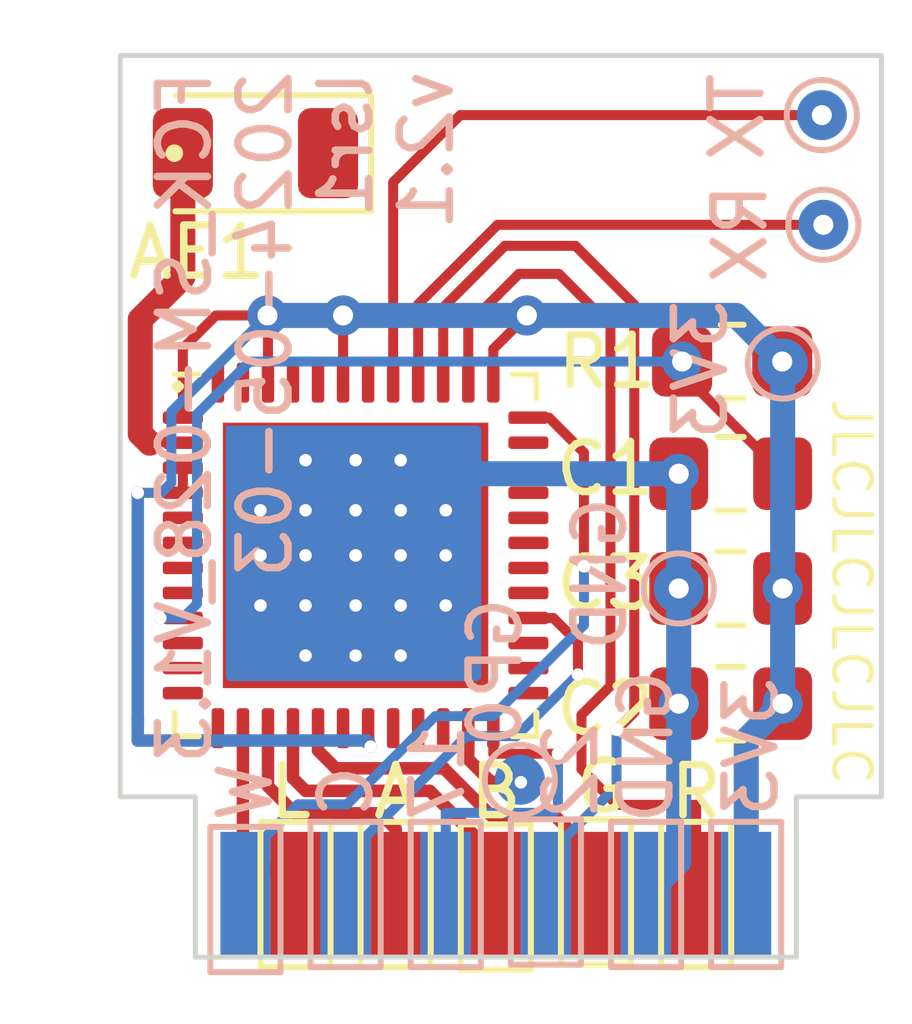
<source format=kicad_pcb>
(kicad_pcb (version 20240108) (generator "pcbnew") (generator_version "8.0")
  (layers (0 "F.Cu" signal) (31 "B.Cu" signal) (34 "B.Paste" user) (35 "F.Paste" user) (36 "B.SilkS" user "B.Silkscreen") (37 "F.SilkS" user "F.Silkscreen") (38 "B.Mask" user) (39 "F.Mask" user) (44 "Edge.Cuts" user))
  (net 0 "")
  (net 1 "GND")
  (net 2 "Net-(C1-Pad2)")
  (net 3 "VCC")
  (net 4 "Net-(TP1-Pad1)")
  (net 5 "Net-(TP2-Pad1)")
  (net 6 "Net-(TP3-Pad1)")
  (net 7 "exL")
  (net 8 "exA")
  (net 9 "exR")
  (net 10 "exB")
  (net 11 "ex17")
  (net 12 "exG")
  (net 13 "exC")
  (net 14 "exW")
  (net 42 "ex22")
  (net 44 "Net-(AE1-Pad2)")
  (footprint "Capacitor_SMD:C_0805_2012Metric_Pad1.18x1.45mm_HandSolder" (layer "F.Cu") (at 142.09 91.65)
    (property "Reference" "C1" (at -2.5 -0.1 0) (layer "F.SilkS"))
    (property "Value" "0.1uF")
    (fp_line (start -0.261252 -0.735) (end 0.261252 -0.735) (stroke (width 0.12)) (layer "F.SilkS"))
    (fp_line (start -0.261252 0.735) (end 0.261252 0.735) (stroke (width 0.12)) (layer "F.SilkS"))
    (pad "1" smd roundrect (at -1.0375 0) (size 1.175 1.45) (layers "F.Cu" "F.Paste" "F.Mask") (roundrect_rratio 0.2127659574) (net 1 "GND"))
    (pad "2" smd roundrect (at 1.0375 0) (size 1.175 1.45) (layers "F.Cu" "F.Paste" "F.Mask") (roundrect_rratio 0.2127659574) (net 2 "Net-(C1-Pad2)"))
  )
  (footprint "Capacitor_SMD:C_0805_2012Metric_Pad1.18x1.45mm_HandSolder" (layer "F.Cu") (at 142.09 96.24)
    (property "Reference" "C2" (at -2.5 0.1 0) (layer "F.SilkS"))
    (property "Value" "10uF")
    (fp_line (start -0.261252 -0.735) (end 0.261252 -0.735) (stroke (width 0.12)) (layer "F.SilkS"))
    (fp_line (start -0.261252 0.735) (end 0.261252 0.735) (stroke (width 0.12)) (layer "F.SilkS"))
    (pad "1" smd roundrect (at -1.0375 0) (size 1.175 1.45) (layers "F.Cu" "F.Paste" "F.Mask") (roundrect_rratio 0.2127659574) (net 1 "GND"))
    (pad "2" smd roundrect (at 1.0375 0) (size 1.175 1.45) (layers "F.Cu" "F.Paste" "F.Mask") (roundrect_rratio 0.2127659574) (net 3 "VCC"))
  )
  (footprint "Package_DFN_QFN:QFN-48-1EP_7x7mm_P0.5mm_EP5.3x5.3mm" (layer "F.Cu") (at 134.6 93.28)
    (property "Reference" "FCK_SM-028_V1.3" (hide yes))
    (property "Value" "ESP32-PICO-D4")
    (fp_line (start -3.61 3.61) (end -3.61 3.135) (stroke (width 0.12)) (layer "F.SilkS"))
    (fp_line (start -3.135 -3.61) (end -3.61 -3.61) (stroke (width 0.12)) (layer "F.SilkS"))
    (fp_line (start -3.135 3.61) (end -3.61 3.61) (stroke (width 0.12)) (layer "F.SilkS"))
    (fp_line (start 3.135 -3.61) (end 3.61 -3.61) (stroke (width 0.12)) (layer "F.SilkS"))
    (fp_line (start 3.135 3.61) (end 3.61 3.61) (stroke (width 0.12)) (layer "F.SilkS"))
    (fp_line (start 3.61 -3.61) (end 3.61 -3.135) (stroke (width 0.12)) (layer "F.SilkS"))
    (fp_line (start 3.61 3.61) (end 3.61 3.135) (stroke (width 0.12)) (layer "F.SilkS"))
    (pad "1" smd roundrect (at -3.45 -2.75) (size 0.8 0.25) (layers "F.Cu" "F.Paste" "F.Mask") (net 3 "VCC"))
    (pad "2" smd roundrect (at -3.45 -2.25) (size 0.8 0.25) (layers "F.Cu" "F.Paste" "F.Mask") (net 44 "Net-(AE1-Pad2)"))
    (pad "3" smd roundrect (at -3.45 -1.75) (size 0.8 0.25) (layers "F.Cu" "F.Paste" "F.Mask") (net 3 "VCC"))
    (pad "4" smd roundrect (at -3.45 -1.25) (size 0.8 0.25) (layers "F.Cu" "F.Paste" "F.Mask") (net 3 "VCC"))
    (pad "5" smd roundrect (at -3.45 -0.75) (size 0.8 0.25) (layers "F.Cu" "F.Paste" "F.Mask"))
    (pad "6" smd roundrect (at -3.45 -0.25) (size 0.8 0.25) (layers "F.Cu" "F.Paste" "F.Mask"))
    (pad "7" smd roundrect (at -3.45 0.25) (size 0.8 0.25) (layers "F.Cu" "F.Paste" "F.Mask"))
    (pad "8" smd roundrect (at -3.45 0.75) (size 0.8 0.25) (layers "F.Cu" "F.Paste" "F.Mask"))
    (pad "9" smd roundrect (at -3.45 1.25) (size 0.8 0.25) (layers "F.Cu" "F.Paste" "F.Mask") (net 2 "Net-(C1-Pad2)"))
    (pad "10" smd roundrect (at -3.45 1.75) (size 0.8 0.25) (layers "F.Cu" "F.Paste" "F.Mask"))
    (pad "11" smd roundrect (at -3.45 2.25) (size 0.8 0.25) (layers "F.Cu" "F.Paste" "F.Mask"))
    (pad "12" smd roundrect (at -3.45 2.75) (size 0.8 0.25) (layers "F.Cu" "F.Paste" "F.Mask"))
    (pad "13" smd roundrect (at -2.75 3.45) (size 0.25 0.8) (layers "F.Cu" "F.Paste" "F.Mask"))
    (pad "14" smd roundrect (at -2.25 3.45) (size 0.25 0.8) (layers "F.Cu" "F.Paste" "F.Mask") (net 7 "exL"))
    (pad "15" smd roundrect (at -1.75 3.45) (size 0.25 0.8) (layers "F.Cu" "F.Paste" "F.Mask") (net 8 "exA"))
    (pad "16" smd roundrect (at -1.25 3.45) (size 0.25 0.8) (layers "F.Cu" "F.Paste" "F.Mask") (net 10 "exB"))
    (pad "17" smd roundrect (at -0.75 3.45) (size 0.25 0.8) (layers "F.Cu" "F.Paste" "F.Mask") (net 12 "exG"))
    (pad "18" smd roundrect (at -0.25 3.45) (size 0.25 0.8) (layers "F.Cu" "F.Paste" "F.Mask"))
    (pad "19" smd roundrect (at 0.25 3.45) (size 0.25 0.8) (layers "F.Cu" "F.Paste" "F.Mask") (net 3 "VCC"))
    (pad "20" smd roundrect (at 0.75 3.45) (size 0.25 0.8) (layers "F.Cu" "F.Paste" "F.Mask"))
    (pad "21" smd roundrect (at 1.25 3.45) (size 0.25 0.8) (layers "F.Cu" "F.Paste" "F.Mask"))
    (pad "22" smd roundrect (at 1.75 3.45) (size 0.25 0.8) (layers "F.Cu" "F.Paste" "F.Mask"))
    (pad "23" smd roundrect (at 2.25 3.45) (size 0.25 0.8) (layers "F.Cu" "F.Paste" "F.Mask") (net 6 "Net-(TP3-Pad1)"))
    (pad "24" smd roundrect (at 2.75 3.45) (size 0.25 0.8) (layers "F.Cu" "F.Paste" "F.Mask") (net 11 "ex17"))
    (pad "25" smd roundrect (at 3.45 2.75) (size 0.8 0.25) (layers "F.Cu" "F.Paste" "F.Mask"))
    (pad "26" smd roundrect (at 3.45 2.25) (size 0.8 0.25) (layers "F.Cu" "F.Paste" "F.Mask"))
    (pad "27" smd roundrect (at 3.45 1.75) (size 0.8 0.25) (layers "F.Cu" "F.Paste" "F.Mask"))
    (pad "28" smd roundrect (at 3.45 1.25) (size 0.8 0.25) (layers "F.Cu" "F.Paste" "F.Mask") (net 13 "exC"))
    (pad "29" smd roundrect (at 3.45 0.75) (size 0.8 0.25) (layers "F.Cu" "F.Paste" "F.Mask"))
    (pad "30" smd roundrect (at 3.45 0.25) (size 0.8 0.25) (layers "F.Cu" "F.Paste" "F.Mask"))
    (pad "31" smd roundrect (at 3.45 -0.25) (size 0.8 0.25) (layers "F.Cu" "F.Paste" "F.Mask"))
    (pad "32" smd roundrect (at 3.45 -0.75) (size 0.8 0.25) (layers "F.Cu" "F.Paste" "F.Mask"))
    (pad "33" smd roundrect (at 3.45 -1.25) (size 0.8 0.25) (layers "F.Cu" "F.Paste" "F.Mask"))
    (pad "34" smd roundrect (at 3.45 -1.75) (size 0.8 0.25) (layers "F.Cu" "F.Paste" "F.Mask"))
    (pad "35" smd roundrect (at 3.45 -2.25) (size 0.8 0.25) (layers "F.Cu" "F.Paste" "F.Mask"))
    (pad "36" smd roundrect (at 3.45 -2.75) (size 0.8 0.25) (layers "F.Cu" "F.Paste" "F.Mask") (net 14 "exW"))
    (pad "37" smd roundrect (at 2.75 -3.45) (size 0.25 0.8) (layers "F.Cu" "F.Paste" "F.Mask") (net 3 "VCC"))
    (pad "38" smd roundrect (at 2.25 -3.45) (size 0.25 0.8) (layers "F.Cu" "F.Paste" "F.Mask") (net 9 "exR"))
    (pad "39" smd roundrect (at 1.75 -3.45) (size 0.25 0.8) (layers "F.Cu" "F.Paste" "F.Mask") (net 42 "ex22"))
    (pad "40" smd roundrect (at 1.25 -3.45) (size 0.25 0.8) (layers "F.Cu" "F.Paste" "F.Mask") (net 5 "Net-(TP2-Pad1)"))
    (pad "41" smd roundrect (at 0.75 -3.45) (size 0.25 0.8) (layers "F.Cu" "F.Paste" "F.Mask") (net 4 "Net-(TP1-Pad1)"))
    (pad "42" smd roundrect (at 0.25 -3.45) (size 0.25 0.8) (layers "F.Cu" "F.Paste" "F.Mask"))
    (pad "43" smd roundrect (at -0.25 -3.45) (size 0.25 0.8) (layers "F.Cu" "F.Paste" "F.Mask") (net 3 "VCC"))
    (pad "44" smd roundrect (at -0.75 -3.45) (size 0.25 0.8) (layers "F.Cu" "F.Paste" "F.Mask"))
    (pad "45" smd roundrect (at -1.25 -3.45) (size 0.25 0.8) (layers "F.Cu" "F.Paste" "F.Mask"))
    (pad "46" smd roundrect (at -1.75 -3.45) (size 0.25 0.8) (layers "F.Cu" "F.Paste" "F.Mask") (net 3 "VCC"))
    (pad "47" smd roundrect (at -2.25 -3.45) (size 0.25 0.8) (layers "F.Cu" "F.Paste" "F.Mask"))
    (pad "48" smd roundrect (at -2.75 -3.45) (size 0.25 0.8) (layers "F.Cu" "F.Paste" "F.Mask"))
    (pad "49" smd rect (at 0 0) (size 5.3 5.3) (layers "F.Cu" "F.Mask") (net 1 "GND"))
  )
  (footprint "lsr:TestPoint_Pad_1.0x2.5mm" (layer "F.Cu") (at 137.4 100.85 90)
    (property "Reference" "B" (at 2.85 0 180) (layer "F.SilkS"))
    (property "Value" "exB")
    (fp_line (start 2.2 -0.7) (end 2.2 0.7) (stroke (width 0.12)) (layer "F.SilkS"))
    (fp_line (start -0.7 -0.7) (end 2.2 -0.7) (stroke (width 0.12)) (layer "F.SilkS"))
    (fp_line (start 2.2 0.7) (end -0.7 0.7) (stroke (width 0.12)) (layer "F.SilkS"))
    (fp_line (start -0.7 0.7) (end -0.7 -0.7) (stroke (width 0.12)) (layer "F.SilkS"))
    (pad "1" smd rect (at 0.8 0 90) (size 2.5 1) (layers "F.Cu" "F.Mask") (net 10 "exB"))
  )
  (footprint "lsr:TestPoint_Pad_1.0x2.5mm" (layer "F.Cu") (at 141.4 100.8 90)
    (property "Reference" "R" (at 2.8 0 180) (layer "F.SilkS"))
    (property "Value" "exR")
    (fp_line (start 2.2 -0.7) (end 2.2 0.7) (stroke (width 0.12)) (layer "F.SilkS"))
    (fp_line (start -0.7 -0.7) (end 2.2 -0.7) (stroke (width 0.12)) (layer "F.SilkS"))
    (fp_line (start 2.2 0.7) (end -0.7 0.7) (stroke (width 0.12)) (layer "F.SilkS"))
    (fp_line (start -0.7 0.7) (end -0.7 -0.7) (stroke (width 0.12)) (layer "F.SilkS"))
    (pad "1" smd rect (at 0.75 0 90) (size 2.5 1) (layers "F.Cu" "F.Mask") (net 9 "exR"))
  )
  (footprint "lsr:TestPoint_Pad_1.0x2.5mm" (layer "F.Cu") (at 133.4 100.8 90)
    (property "Reference" "L" (at 2.8 -0.1 180) (layer "F.SilkS"))
    (property "Value" "exL")
    (fp_line (start 2.2 -0.7) (end 2.2 0.7) (stroke (width 0.12)) (layer "F.SilkS"))
    (fp_line (start -0.7 -0.7) (end 2.2 -0.7) (stroke (width 0.12)) (layer "F.SilkS"))
    (fp_line (start 2.2 0.7) (end -0.7 0.7) (stroke (width 0.12)) (layer "F.SilkS"))
    (fp_line (start -0.7 0.7) (end -0.7 -0.7) (stroke (width 0.12)) (layer "F.SilkS"))
    (pad "1" smd rect (at 0.75 0 90) (size 2.5 1) (layers "F.Cu" "F.Mask") (net 7 "exL"))
  )
  (footprint "lsr:TestPoint_Pad_1.0x2.5mm" (layer "F.Cu") (at 139.4 100.75 90)
    (property "Reference" "G" (at 2.85 0.1 180) (layer "F.SilkS"))
    (property "Value" "exG")
    (fp_line (start 2.2 -0.7) (end 2.2 0.7) (stroke (width 0.12)) (layer "F.SilkS"))
    (fp_line (start -0.7 -0.7) (end 2.2 -0.7) (stroke (width 0.12)) (layer "F.SilkS"))
    (fp_line (start 2.2 0.7) (end -0.7 0.7) (stroke (width 0.12)) (layer "F.SilkS"))
    (fp_line (start -0.7 0.7) (end -0.7 -0.7) (stroke (width 0.12)) (layer "F.SilkS"))
    (pad "1" smd rect (at 0.7 0 90) (size 2.5 1) (layers "F.Cu" "F.Mask") (net 12 "exG"))
  )
  (footprint "Resistor_SMD:R_0805_2012Metric_Pad1.20x1.40mm_HandSolder" (layer "F.Cu") (at 142.12 89.41)
    (property "Reference" "R1" (at -2.5 0 0) (layer "F.SilkS"))
    (property "Value" "12K")
    (fp_line (start -0.227064 -0.735) (end 0.227064 -0.735) (stroke (width 0.12)) (layer "F.SilkS"))
    (fp_line (start -0.227064 0.735) (end 0.227064 0.735) (stroke (width 0.12)) (layer "F.SilkS"))
    (pad "1" smd roundrect (at -1 0) (size 1.2 1.4) (layers "F.Cu" "F.Paste" "F.Mask") (roundrect_rratio 0.2083333333) (net 2 "Net-(C1-Pad2)"))
    (pad "2" smd roundrect (at 1 0) (size 1.2 1.4) (layers "F.Cu" "F.Paste" "F.Mask") (roundrect_rratio 0.2083333333) (net 3 "VCC"))
  )
  (footprint "RF_Antenna:Johanson_2450AT18x100" (layer "F.Cu") (at 132.6 85.25 180)
    (property "Reference" "AE1" (at 1.17 -1.98 0) (layer "F.SilkS"))
    (property "Value" "Antenna_Chip")
    (fp_line (start 1.6 -1.16) (end -2.31 -1.16) (stroke (width 0.12)) (layer "F.SilkS"))
    (fp_line (start -2.31 1.16) (end 1.6 1.16) (stroke (width 0.12)) (layer "F.SilkS"))
    (fp_line (start -2.31 -1.16) (end -2.31 1.16) (stroke (width 0.12)) (layer "F.SilkS"))
    (pad "1" smd roundrect (at -1.45 0 180) (size 1.2 1.8) (layers "F.Cu" "F.Paste" "F.Mask") (roundrect_rratio 0.2083333333))
    (pad "2" smd roundrect (at 1.45 0 180) (size 1.2 1.8) (layers "F.Cu" "F.Paste" "F.Mask") (roundrect_rratio 0.2083333333) (net 44 "Net-(AE1-Pad2)"))
  )
  (footprint "lsr:TestPoint_Pad_1.0x2.5mm" (layer "F.Cu") (at 135.4 100.8 90)
    (property "Reference" "A" (at 2.8 0 0) (layer "F.SilkS"))
    (property "Value" "exA")
    (fp_line (start 2.2 -0.7) (end 2.2 0.7) (stroke (width 0.12)) (layer "F.SilkS"))
    (fp_line (start -0.7 -0.7) (end 2.2 -0.7) (stroke (width 0.12)) (layer "F.SilkS"))
    (fp_line (start 2.2 0.7) (end -0.7 0.7) (stroke (width 0.12)) (layer "F.SilkS"))
    (fp_line (start -0.7 0.7) (end -0.7 -0.7) (stroke (width 0.12)) (layer "F.SilkS"))
    (pad "1" smd rect (at 0.75 0 90) (size 2.5 1) (layers "F.Cu" "F.Mask") (net 8 "exA"))
  )
  (footprint "Capacitor_SMD:C_0805_2012Metric_Pad1.18x1.45mm_HandSolder" (layer "F.Cu") (at 142.09 93.94 180)
    (property "Reference" "C3" (at 2.5 0.1 0) (layer "F.SilkS"))
    (property "Value" "1uF")
    (fp_line (start -0.261252 0.735) (end 0.261252 0.735) (stroke (width 0.12)) (layer "F.SilkS"))
    (fp_line (start -0.261252 -0.735) (end 0.261252 -0.735) (stroke (width 0.12)) (layer "F.SilkS"))
    (pad "1" smd roundrect (at -1.0375 0 180) (size 1.175 1.45) (layers "F.Cu" "F.Paste" "F.Mask") (roundrect_rratio 0.2127659574) (net 3 "VCC"))
    (pad "2" smd roundrect (at 1.0375 0 180) (size 1.175 1.45) (layers "F.Cu" "F.Paste" "F.Mask") (roundrect_rratio 0.2127659574) (net 1 "GND"))
  )
  (footprint "lsr:TestPoint_Pad_1.0x2.5mm" (layer "B.Cu") (at 138.4 100.75 90)
    (property "Reference" "22" (at 3.17 0.5 90) (layer "B.SilkS") (effects (justify mirror)))
    (property "Value" "ex22")
    (fp_line (start 2.2 -0.7) (end -0.7 -0.7) (stroke (width 0.12)) (layer "B.SilkS"))
    (fp_line (start -0.7 -0.7) (end -0.7 0.7) (stroke (width 0.12)) (layer "B.SilkS"))
    (fp_line (start 2.2 0.7) (end 2.2 -0.7) (stroke (width 0.12)) (layer "B.SilkS"))
    (fp_line (start -0.7 0.7) (end 2.2 0.7) (stroke (width 0.12)) (layer "B.SilkS"))
    (pad "1" smd rect (at 0.7 0 90) (size 2.5 1) (layers "B.Cu" "B.Mask") (net 42 "ex22"))
  )
  (footprint "TestPoint:TestPoint_Pad_D1.0mm" (layer "B.Cu") (at 143.91 84.49 180)
    (property "Reference" "TX" (at 1.69 -0.04 90) (layer "B.SilkS") (effects (justify mirror)))
    (property "Value" "inTX")
    (fp_circle (center 0 0) (end 0 -0.7) (stroke (width 0.12)) (fill none) (layer "B.SilkS"))
    (pad "1" smd circle (at 0 0 180) (size 1 1) (layers "B.Cu" "B.Mask") (net 4 "Net-(TP1-Pad1)"))
  )
  (footprint "lsr:TestPoint_Pad_1.0x2.5mm" (layer "B.Cu") (at 136.4 99.3 -90)
    (property "Reference" "17" (at -1.69 0.16 90) (layer "B.SilkS") (effects (justify mirror)))
    (property "Value" "ex17")
    (fp_line (start -0.7 0.7) (end 2.2 0.7) (stroke (width 0.12)) (layer "B.SilkS"))
    (fp_line (start 2.2 0.7) (end 2.2 -0.7) (stroke (width 0.12)) (layer "B.SilkS"))
    (fp_line (start -0.7 -0.7) (end -0.7 0.7) (stroke (width 0.12)) (layer "B.SilkS"))
    (fp_line (start 2.2 -0.7) (end -0.7 -0.7) (stroke (width 0.12)) (layer "B.SilkS"))
    (pad "1" smd rect (at 0.75 0 270) (size 2.5 1) (layers "B.Cu" "B.Mask") (net 11 "ex17"))
  )
  (footprint "TestPoint:TestPoint_Pad_D1.0mm" (layer "B.Cu") (at 137.88 97.76 180)
    (property "Reference" "GP0" (at 0.49 2.15 90) (layer "B.SilkS") (effects (justify mirror)))
    (property "Value" "inD0")
    (fp_circle (center 0 0) (end 0 -0.7) (stroke (width 0.12)) (fill none) (layer "B.SilkS"))
    (pad "1" smd circle (at 0 0 180) (size 1 1) (layers "B.Cu" "B.Mask"))
  )
  (footprint "lsr:TestPoint_Pad_1.0x2.5mm" (layer "B.Cu") (at 132.4 100.9 90)
    (property "Reference" "W" (at 2.9 0 90) (layer "B.SilkS") (effects (justify mirror)))
    (property "Value" "exW")
    (fp_line (start 2.2 -0.7) (end -0.7 -0.7) (stroke (width 0.12)) (layer "B.SilkS"))
    (fp_line (start -0.7 -0.7) (end -0.7 0.7) (stroke (width 0.12)) (layer "B.SilkS"))
    (fp_line (start 2.2 0.7) (end 2.2 -0.7) (stroke (width 0.12)) (layer "B.SilkS"))
    (fp_line (start -0.7 0.7) (end 2.2 0.7) (stroke (width 0.12)) (layer "B.SilkS"))
    (pad "1" smd rect (at 0.85 0 90) (size 2.5 1) (layers "B.Cu" "B.Mask") (net 14 "exW"))
  )
  (footprint "TestPoint:TestPoint_Pad_D1.0mm" (layer "B.Cu") (at 143.94 86.68 180)
    (property "Reference" "RX" (at 1.66 -0.17 90) (layer "B.SilkS") (effects (justify mirror)))
    (property "Value" "inRX")
    (fp_circle (center 0 0) (end 0 -0.7) (stroke (width 0.12)) (fill none) (layer "B.SilkS"))
    (pad "1" smd circle (at 0 0 180) (size 1 1) (layers "B.Cu" "B.Mask") (net 5 "Net-(TP2-Pad1)"))
  )
  (footprint "TestPoint:TestPoint_Pad_D1.0mm" (layer "B.Cu") (at 143.13 89.45 180)
    (property "Reference" "3V3" (at 1.64 -0.12 90) (layer "B.SilkS") (effects (justify mirror)))
    (property "Value" "inVCC")
    (fp_circle (center 0 0) (end 0 -0.7) (stroke (width 0.12)) (fill none) (layer "B.SilkS"))
    (pad "1" smd circle (at 0 0 180) (size 1 1) (layers "B.Cu" "B.Mask") (net 3 "VCC"))
  )
  (footprint "TestPoint:TestPoint_Pad_D1.0mm" (layer "B.Cu") (at 141.0525 93.94 180)
    (property "Reference" "GND" (at 1.5725 0.29 90) (layer "B.SilkS") (effects (justify mirror)))
    (property "Value" "inGND")
    (fp_circle (center 0 0) (end 0 -0.7) (stroke (width 0.12)) (fill none) (layer "B.SilkS"))
    (pad "1" smd circle (at 0 0 180) (size 1 1) (layers "B.Cu" "B.Mask") (net 1 "GND"))
  )
  (footprint "lsr:TestPoint_Pad_1.0x2.5mm" (layer "B.Cu") (at 140.4 99.3 -90)
    (property "Reference" "GND" (at -2.2 0 90) (layer "B.SilkS") (effects (justify mirror)))
    (property "Value" "GND")
    (fp_line (start -0.7 0.7) (end 2.2 0.7) (stroke (width 0.12)) (layer "B.SilkS"))
    (fp_line (start 2.2 0.7) (end 2.2 -0.7) (stroke (width 0.12)) (layer "B.SilkS"))
    (fp_line (start -0.7 -0.7) (end -0.7 0.7) (stroke (width 0.12)) (layer "B.SilkS"))
    (fp_line (start 2.2 -0.7) (end -0.7 -0.7) (stroke (width 0.12)) (layer "B.SilkS"))
    (pad "1" smd rect (at 0.75 0 270) (size 2.5 1) (layers "B.Cu" "B.Mask") (net 1 "GND"))
  )
  (footprint "lsr:TestPoint_Pad_1.0x2.5mm" (layer "B.Cu") (at 142.4 99.3 -90)
    (property "Reference" "3V3" (at -2.2 -0.1 -90) (layer "B.SilkS") (effects (justify mirror)))
    (property "Value" "ex3V3")
    (fp_line (start -0.7 0.7) (end 2.2 0.7) (stroke (width 0.12)) (layer "B.SilkS"))
    (fp_line (start 2.2 0.7) (end 2.2 -0.7) (stroke (width 0.12)) (layer "B.SilkS"))
    (fp_line (start -0.7 -0.7) (end -0.7 0.7) (stroke (width 0.12)) (layer "B.SilkS"))
    (fp_line (start 2.2 -0.7) (end -0.7 -0.7) (stroke (width 0.12)) (layer "B.SilkS"))
    (pad "1" smd rect (at 0.75 0 270) (size 2.5 1) (layers "B.Cu" "B.Mask") (net 3 "VCC"))
  )
  (footprint "lsr:TestPoint_Pad_1.0x2.5mm" (layer "B.Cu") (at 134.4 99.3 -90)
    (property "Reference" "C" (at -1.31 -0.01 90) (layer "B.SilkS") (effects (justify mirror)))
    (property "Value" "exC")
    (fp_line (start -0.7 0.7) (end 2.2 0.7) (stroke (width 0.12)) (layer "B.SilkS"))
    (fp_line (start 2.2 0.7) (end 2.2 -0.7) (stroke (width 0.12)) (layer "B.SilkS"))
    (fp_line (start -0.7 -0.7) (end -0.7 0.7) (stroke (width 0.12)) (layer "B.SilkS"))
    (fp_line (start 2.2 -0.7) (end -0.7 -0.7) (stroke (width 0.12)) (layer "B.SilkS"))
    (pad "1" smd rect (at 0.75 0 270) (size 2.5 1) (layers "B.Cu" "B.Mask") (net 13 "exC"))
  )
  (gr_rect (start 132.11 90.79) (end 137.01 95.69) (stroke (width 0.2)) (fill solid) (layer "B.Cu") (net 1))
  (gr_circle (center 130.98 85.25) (end 131.08 85.25) (stroke (width 0.15)) (fill solid) (layer "F.SilkS"))
  (gr_line (start 131.4 98.1) (end 129.9 98.1) (stroke (width 0.1)) (layer "Edge.Cuts"))
  (gr_line (start 129.9 98.1) (end 129.9 83.3) (stroke (width 0.1)) (layer "Edge.Cuts"))
  (gr_line (start 143.4 98.1) (end 143.4 101.3) (stroke (width 0.1)) (layer "Edge.Cuts"))
  (gr_line (start 145.1 83.3) (end 145.1 98.1) (stroke (width 0.1)) (layer "Edge.Cuts"))
  (gr_line (start 129.9 83.3) (end 145.1 83.3) (stroke (width 0.1)) (layer "Edge.Cuts"))
  (gr_line (start 143.4 101.3) (end 131.4 101.3) (stroke (width 0.1)) (layer "Edge.Cuts"))
  (gr_line (start 131.4 101.3) (end 131.4 98.1) (stroke (width 0.1)) (layer "Edge.Cuts"))
  (gr_line (start 145.1 98.1) (end 143.4 98.1) (stroke (width 0.1)) (layer "Edge.Cuts"))
  (gr_text "FCK_SM-028_V1.3\n2024-05-03\nlsr1\nv2.1" (at 133.6 83.52 90) (layer "B.SilkS") (effects (font (size 1 1)) (justify left mirror)))
  (gr_text "." (at 131.05 89.5 0) (layer "F.SilkS") (effects (font (size 1 1))))
  (gr_text "JLCJLCJLCJLC" (at 144.5 94 -90) (layer "F.SilkS") (effects (font (size 0.75 0.75) (thickness 0.1))))
  (via (at 135.5 95.28) (size 0.25) (drill 0.4) (layers "F.Cu" "B.Cu") (net 0))
  (via (at 134.6 94.28) (size 0.25) (drill 0.4) (layers "F.Cu" "B.Cu") (net 0))
  (via (at 132.7 92.38) (size 0.25) (drill 0.4) (layers "F.Cu" "B.Cu") (net 0))
  (via (at 133.6 92.38) (size 0.25) (drill 0.4) (layers "F.Cu" "B.Cu") (net 0))
  (via (at 135.5 92.38) (size 0.25) (drill 0.4) (layers "F.Cu" "B.Cu") (net 0))
  (via (at 137.9 97.81) (size 0.25) (drill 0.4) (layers "F.Cu" "B.Cu") (net 0))
  (via (at 133.6 94.28) (size 0.25) (drill 0.4) (layers "F.Cu" "B.Cu") (net 0))
  (via (at 134.6 95.28) (size 0.25) (drill 0.4) (layers "F.Cu" "B.Cu") (net 0))
  (via (at 132.7 94.28) (size 0.25) (drill 0.4) (layers "F.Cu" "B.Cu") (net 0))
  (via (at 136.4 92.38) (size 0.25) (drill 0.4) (layers "F.Cu" "B.Cu") (net 0))
  (via (at 135.5 93.28) (size 0.25) (drill 0.4) (layers "F.Cu" "B.Cu") (net 0))
  (via (at 136.4 93.28) (size 0.25) (drill 0.4) (layers "F.Cu" "B.Cu") (net 0))
  (via (at 133.6 95.28) (size 0.25) (drill 0.4) (layers "F.Cu" "B.Cu") (net 0))
  (via (at 133.6 91.38) (size 0.25) (drill 0.4) (layers "F.Cu" "B.Cu") (net 0))
  (via (at 134.6 92.38) (size 0.25) (drill 0.4) (layers "F.Cu" "B.Cu") (net 0))
  (via (at 132.7 93.28) (size 0.25) (drill 0.4) (layers "F.Cu" "B.Cu") (net 0))
  (via (at 133.6 93.28) (size 0.25) (drill 0.4) (layers "F.Cu" "B.Cu") (net 0))
  (via (at 134.6 91.38) (size 0.25) (drill 0.4) (layers "F.Cu" "B.Cu") (net 0))
  (via (at 135.5 91.38) (size 0.25) (drill 0.4) (layers "F.Cu" "B.Cu") (net 0))
  (via (at 135.5 94.28) (size 0.25) (drill 0.4) (layers "F.Cu" "B.Cu") (net 0))
  (via (at 136.4 94.28) (size 0.25) (drill 0.4) (layers "F.Cu" "B.Cu") (net 0))
  (via (at 141.0525 91.65) (size 0.8) (drill 0.4) (layers "F.Cu" "B.Cu") (net 1))
  (via (at 134.6 93.28) (size 0.25) (drill 0.4) (layers "F.Cu" "B.Cu") (net 1))
  (via (at 134.6 93.28) (size 0.25) (drill 0.4) (layers "F.Cu" "B.Cu") (net 1))
  (via (at 141.0525 93.94) (size 0.8) (drill 0.4) (layers "F.Cu" "B.Cu") (net 1))
  (via (at 141.0525 96.24) (size 0.8) (drill 0.4) (layers "F.Cu" "B.Cu") (net 1))
  (via (at 134.6 93.28) (size 0.25) (drill 0.4) (layers "F.Cu" "B.Cu") (net 1))
  (segment (start 141.0525 93.94) (end 141.0525 91.65) (width 0.5) (layer "B.Cu") (net 1))
  (segment (start 141.0525 91.65) (end 136.5 91.65) (width 0.5) (layer "B.Cu") (net 1))
  (segment (start 141.0525 96.24) (end 141.0525 93.94) (width 0.5) (layer "B.Cu") (net 1))
  (segment (start 141.0525 99.3975) (end 140.4 100.05) (width 0.5) (layer "B.Cu") (net 1))
  (segment (start 141.0525 96.24) (end 141.0525 99.3975) (width 0.5) (layer "B.Cu") (net 1))
  (segment (start 141.12 89.41) (end 141.12 89.6425) (width 0.2) (layer "F.Cu") (net 2))
  (segment (start 141.12 89.6425) (end 143.1275 91.65) (width 0.2) (layer "F.Cu") (net 2))
  (via (at 130.7 94.53) (size 0.25) (drill 0.4) (layers "F.Cu" "B.Cu") (net 2))
  (via (at 141.12 89.41) (size 0.8) (drill 0.4) (layers "F.Cu" "B.Cu") (net 2))
  (segment (start 131.15 94.53) (end 130.75 94.53) (width 0.2) (layer "B.Cu") (net 2))
  (segment (start 131.432503 90.462503) (end 131.432503 94.247497) (width 0.2) (layer "B.Cu") (net 2))
  (segment (start 132.485006 89.41) (end 131.432503 90.462503) (width 0.2) (layer "B.Cu") (net 2))
  (segment (start 131.432503 94.247497) (end 131.15 94.53) (width 0.2) (layer "B.Cu") (net 2))
  (segment (start 141.12 89.41) (end 132.485006 89.41) (width 0.2) (layer "B.Cu") (net 2))
  (segment (start 137.35 89.16) (end 138.02 88.49) (width 0.2) (layer "F.Cu") (net 3))
  (segment (start 132.85 89.83) (end 132.85 88.5) (width 0.2) (layer "F.Cu") (net 3))
  (segment (start 131.15 90.53) (end 131.15 89.15) (width 0.2) (layer "F.Cu") (net 3))
  (segment (start 131.81 88.49) (end 132.84 88.49) (width 0.2) (layer "F.Cu") (net 3))
  (segment (start 132.85 88.5) (end 132.84 88.49) (width 0.2) (layer "F.Cu") (net 3))
  (segment (start 134.35 89.83) (end 134.35 88.49) (width 0.2) (layer "F.Cu") (net 3))
  (segment (start 137.35 89.83) (end 137.35 89.16) (width 0.2) (layer "F.Cu") (net 3))
  (segment (start 130.25 92.03) (end 131.15 92.03) (width 0.2) (layer "F.Cu") (net 3))
  (segment (start 131.15 89.15) (end 131.81 88.49) (width 0.2) (layer "F.Cu") (net 3))
  (segment (start 131.15 91.53) (end 131.15 92.03) (width 0.2) (layer "F.Cu") (net 3))
  (via (at 130.25 92.03) (size 0.25) (drill 0.4) (layers "F.Cu" "B.Cu") (net 3))
  (via (at 143.12 89.41) (size 0.8) (drill 0.4) (layers "F.Cu" "B.Cu") (net 3))
  (via (at 134.35 88.49) (size 0.8) (drill 0.4) (layers "F.Cu" "B.Cu") (net 3))
  (via (at 132.84 88.49) (size 0.8) (drill 0.4) (layers "F.Cu" "B.Cu") (net 3))
  (via (at 138.02 88.49) (size 0.8) (drill 0.4) (layers "F.Cu" "B.Cu") (net 3))
  (via (at 134.9 97.1) (size 0.25) (drill 0.4) (layers "F.Cu" "B.Cu") (net 3))
  (via (at 143.1275 93.94) (size 0.8) (drill 0.4) (layers "F.Cu" "B.Cu") (net 3))
  (via (at 143.1275 96.24) (size 0.8) (drill 0.4) (layers "F.Cu" "B.Cu") (net 3))
  (segment (start 130.25 96.52) (end 130.25 92.03) (width 0.25) (layer "B.Cu") (net 3))
  (segment (start 134.822 96.976) (end 134.874 97.028) (width 0.25) (layer "B.Cu") (net 3))
  (segment (start 134.35 88.49) (end 132.84 88.49) (width 0.5) (layer "B.Cu") (net 3))
  (segment (start 130.25 96.65) (end 130.25 96.52) (width 0.25) (layer "B.Cu") (net 3))
  (segment (start 138.02 88.49) (end 134.35 88.49) (width 0.5) (layer "B.Cu") (net 3))
  (segment (start 130.25 96.976) (end 134.822 96.976) (width 0.25) (layer "B.Cu") (net 3))
  (segment (start 130.92 90.41) (end 130.92 91.83) (width 0.2) (layer "B.Cu") (net 3))
  (segment (start 130.25 96.52) (end 130.25 96.976) (width 0.25) (layer "B.Cu") (net 3))
  (segment (start 142.4 96.9675) (end 143.1275 96.24) (width 0.5) (layer "B.Cu") (net 3))
  (segment (start 130.92 91.83) (end 130.72 92.03) (width 0.2) (layer "B.Cu") (net 3))
  (segment (start 130.72 92.03) (end 130.25 92.03) (width 0.2) (layer "B.Cu") (net 3))
  (segment (start 143.12 89.41) (end 142.2 88.49) (width 0.5) (layer "B.Cu") (net 3))
  (segment (start 143.1275 93.94) (end 143.1275 89.4175) (width 0.5) (layer "B.Cu") (net 3))
  (segment (start 132.84 88.49) (end 130.92 90.41) (width 0.2) (layer "B.Cu") (net 3))
  (segment (start 143.1275 96.24) (end 143.1275 93.94) (width 0.5) (layer "B.Cu") (net 3))
  (segment (start 142.2 88.49) (end 138.02 88.49) (width 0.5) (layer "B.Cu") (net 3))
  (segment (start 142.4 100.05) (end 142.4 96.9675) (width 0.5) (layer "B.Cu") (net 3))
  (segment (start 143.1275 89.4175) (end 143.12 89.41) (width 0.5) (layer "B.Cu") (net 3))
  (segment (start 136.69 84.49) (end 135.35 85.83) (width 0.2) (layer "F.Cu") (net 4))
  (segment (start 143.91 84.49) (end 136.69 84.49) (width 0.2) (layer "F.Cu") (net 4))
  (segment (start 135.35 85.83) (end 135.35 89.83) (width 0.2) (layer "F.Cu") (net 4))
  (via (at 143.91 84.49) (size 0.8) (drill 0.4) (layers "F.Cu" "B.Cu") (net 4))
  (segment (start 137.434994 86.68) (end 135.85 88.264994) (width 0.2) (layer "F.Cu") (net 5))
  (segment (start 135.85 88.264994) (end 135.85 89.83) (width 0.2) (layer "F.Cu") (net 5))
  (segment (start 143.94 86.68) (end 137.434994 86.68) (width 0.2) (layer "F.Cu") (net 5))
  (via (at 143.94 86.68) (size 0.8) (drill 0.4) (layers "F.Cu" "B.Cu") (net 5))
  (segment (start 136.85 96.73) (end 136.85 97.35) (width 0.25) (layer "F.Cu") (net 6))
  (segment (start 136.85 97.35) (end 137.3 97.8) (width 0.25) (layer "F.Cu") (net 6))
  (segment (start 137.3 97.8) (end 137.89 97.8) (width 0.25) (layer "F.Cu") (net 6))
  (segment (start 132.35 96.73) (end 132.35 99) (width 0.25) (layer "F.Cu") (net 7))
  (segment (start 132.35 99) (end 133.4 100.05) (width 0.25) (layer "F.Cu") (net 7))
  (segment (start 133.39 98.43) (end 135.09 98.43) (width 0.25) (layer "F.Cu") (net 8))
  (segment (start 132.85 96.73) (end 132.85 97.89) (width 0.25) (layer "F.Cu") (net 8))
  (segment (start 132.85 97.89) (end 133.39 98.43) (width 0.25) (layer "F.Cu") (net 8))
  (segment (start 135.09 98.43) (end 135.4 98.74) (width 0.25) (layer "F.Cu") (net 8))
  (segment (start 135.4 98.74) (end 135.4 100.05) (width 0.25) (layer "F.Cu") (net 8))
  (segment (start 139.82 98.26) (end 139.110489 97.550489) (width 0.2) (layer "F.Cu") (net 9))
  (segment (start 139.689511 95.885495) (end 139.689511 88.689511) (width 0.2) (layer "F.Cu") (net 9))
  (segment (start 137.860741 87.66) (end 136.85 88.670741) (width 0.2) (layer "F.Cu") (net 9))
  (segment (start 141.4 100.05) (end 141.4 98.26) (width 0.2) (layer "F.Cu") (net 9))
  (segment (start 138.66 87.66) (end 137.860741 87.66) (width 0.2) (layer "F.Cu") (net 9))
  (segment (start 136.85 88.670741) (end 136.85 89.83) (width 0.2) (layer "F.Cu") (net 9))
  (segment (start 139.110489 96.464517) (end 139.689511 95.885495) (width 0.2) (layer "F.Cu") (net 9))
  (segment (start 141.4 98.26) (end 139.82 98.26) (width 0.2) (layer "F.Cu") (net 9))
  (segment (start 139.689511 88.689511) (end 138.66 87.66) (width 0.2) (layer "F.Cu") (net 9))
  (segment (start 139.110489 97.550489) (end 139.110489 96.464517) (width 0.2) (layer "F.Cu") (net 9))
  (segment (start 133.35 97.73) (end 133.35 96.73) (width 0.25) (layer "F.Cu") (net 10))
  (segment (start 137.4 100.05) (end 137.4 99.3) (width 0.25) (layer "F.Cu") (net 10))
  (segment (start 137.4 99.3) (end 136.08048 97.98048) (width 0.25) (layer "F.Cu") (net 10))
  (segment (start 136.08048 97.98048) (end 133.60048 97.98048) (width 0.25) (layer "F.Cu") (net 10))
  (segment (start 133.60048 97.98048) (end 133.35 97.73) (width 0.25) (layer "F.Cu") (net 10))
  (segment (start 137.35 97.24) (end 138.64 97.24) (width 0.2) (layer "F.Cu") (net 11))
  (segment (start 137.35 96.73) (end 137.35 97.24) (width 0.2) (layer "F.Cu") (net 11))
  (via (at 138.64 97.24) (size 0.25) (drill 0.4) (layers "F.Cu" "B.Cu") (net 11))
  (segment (start 136.4 98.42) (end 138.54 98.42) (width 0.2) (layer "B.Cu") (net 11))
  (segment (start 136.4 100.05) (end 136.4 98.42) (width 0.2) (layer "B.Cu") (net 11))
  (segment (start 138.64 98.32) (end 138.64 97.24) (width 0.2) (layer "B.Cu") (net 11))
  (segment (start 138.54 98.42) (end 138.61 98.35) (width 0.2) (layer "B.Cu") (net 11))
  (segment (start 138.61 98.35) (end 138.64 98.32) (width 0.2) (layer "B.Cu") (net 11))
  (segment (start 139.4 100.05) (end 139.4 99.3) (width 0.25) (layer "F.Cu") (net 12))
  (segment (start 139.4 99.3) (end 138.575489 98.475489) (width 0.25) (layer "F.Cu") (net 12))
  (segment (start 138.575489 98.475489) (end 137.305489 98.475489) (width 0.25) (layer "F.Cu") (net 12))
  (segment (start 136.365471 97.53096) (end 136.365471 97.535471) (width 0.25) (layer "F.Cu") (net 12))
  (segment (start 134.203632 97.53096) (end 136.365471 97.53096) (width 0.25) (layer "F.Cu") (net 12))
  (segment (start 136.365471 97.535471) (end 137.305489 98.475489) (width 0.25) (layer "F.Cu") (net 12))
  (segment (start 133.85 97.177328) (end 134.203632 97.53096) (width 0.25) (layer "F.Cu") (net 12))
  (segment (start 139.4 99.18) (end 139.4 100.05) (width 0.25) (layer "F.Cu") (net 12))
  (segment (start 133.85 96.73) (end 133.85 97.177328) (width 0.25) (layer "F.Cu") (net 12))
  (segment (start 138.05 94.53) (end 138.549022 94.53) (width 0.2) (layer "F.Cu") (net 13))
  (segment (start 139.04 95.020978) (end 138.549022 94.53) (width 0.2) (layer "F.Cu") (net 13))
  (segment (start 139.04 95.66) (end 139.04 95.020978) (width 0.2) (layer "F.Cu") (net 13))
  (via (at 139.04 95.66) (size 0.25) (drill 0.4) (layers "F.Cu" "B.Cu") (net 13))
  (segment (start 136.81048 96.88952) (end 137.81048 96.88952) (width 0.2) (layer "B.Cu") (net 13))
  (segment (start 134.4 100.05) (end 134.4 99.3) (width 0.2) (layer "B.Cu") (net 13))
  (segment (start 137.81048 96.88952) (end 139.04 95.66) (width 0.2) (layer "B.Cu") (net 13))
  (segment (start 134.4 99.3) (end 136.81048 96.88952) (width 0.2) (layer "B.Cu") (net 13))
  (segment (start 138.461973 90.53) (end 139.16 91.228027) (width 0.2) (layer "F.Cu") (net 14))
  (segment (start 138.05 90.53) (end 138.461973 90.53) (width 0.2) (layer "F.Cu") (net 14))
  (segment (start 139.16 91.228027) (end 139.16 93.5) (width 0.2) (layer "F.Cu") (net 14))
  (via (at 139.16 93.5) (size 0.25) (drill 0.4) (layers "F.Cu" "B.Cu") (net 14))
  (segment (start 139.16 94.67) (end 139.16 93.5) (width 0.2) (layer "B.Cu") (net 14))
  (segment (start 132.4 99.3) (end 133.45 98.25) (width 0.2) (layer "B.Cu") (net 14))
  (segment (start 137.34 96.49) (end 139.16 94.67) (width 0.2) (layer "B.Cu") (net 14))
  (segment (start 137.34 96.49) (end 136.19 96.49) (width 0.2) (layer "B.Cu") (net 14))
  (segment (start 136.19 96.49) (end 134.43 98.25) (width 0.2) (layer "B.Cu") (net 14))
  (segment (start 133.45 98.25) (end 134.43 98.25) (width 0.2) (layer "B.Cu") (net 14))
  (segment (start 132.4 100.05) (end 132.4 99.3) (width 0.2) (layer "B.Cu") (net 14))
  (segment (start 137.58 87.1) (end 138.99 87.1) (width 0.2) (layer "F.Cu") (net 42))
  (segment (start 138.99 87.1) (end 140.16548 88.27548) (width 0.2) (layer "F.Cu") (net 42))
  (segment (start 136.35 88.33) (end 137.58 87.1) (width 0.2) (layer "F.Cu") (net 42))
  (segment (start 136.35 89.83) (end 136.35 88.33) (width 0.2) (layer "F.Cu") (net 42))
  (segment (start 140.16548 96.41452) (end 139.82 96.76) (width 0.2) (layer "F.Cu") (net 42))
  (segment (start 140.16548 88.27548) (end 140.16548 96.41452) (width 0.2) (layer "F.Cu") (net 42))
  (via (at 139.82 96.76) (size 0.25) (drill 0.4) (layers "F.Cu" "B.Cu") (net 42))
  (segment (start 139.81 96.77) (end 139.82 96.76) (width 0.2) (layer "B.Cu") (net 42))
  (segment (start 138.4 100.05) (end 138.4 99.3) (width 0.2) (layer "B.Cu") (net 42))
  (segment (start 138.4 99.3) (end 139.81 97.89) (width 0.2) (layer "B.Cu") (net 42))
  (segment (start 139.81 97.89) (end 139.81 96.77) (width 0.2) (layer "B.Cu") (net 42))
  (segment (start 130.3 90.85) (end 130.49 91.04) (width 0.5) (layer "F.Cu") (net 44))
  (segment (start 131.15 87.72) (end 130.3 88.57) (width 0.5) (layer "F.Cu") (net 44))
  (segment (start 130.51 91.02) (end 130.49 91.04) (width 0.2) (layer "F.Cu") (net 44))
  (segment (start 131.15 91.03) (end 131.16 91.02) (width 0.2) (layer "F.Cu") (net 44))
  (segment (start 130.3 88.57) (end 130.3 90.85) (width 0.5) (layer "F.Cu") (net 44))
  (segment (start 131.15 85.25) (end 131.15 87.72) (width 0.5) (layer "F.Cu") (net 44))
  (segment (start 131.16 91.02) (end 130.51 91.02) (width 0.2) (layer "F.Cu") (net 44))
)
</source>
